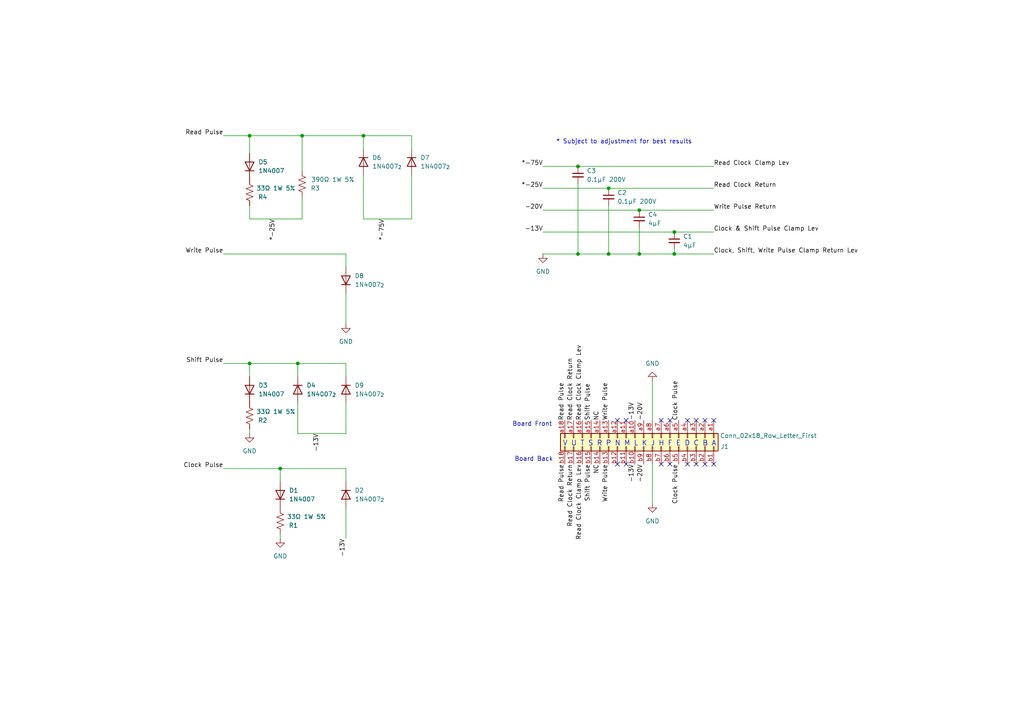
<source format=kicad_sch>
(kicad_sch (version 20211123) (generator eeschema)
  (paper "A4")
  (lib_symbols
    (symbol "Connector_Generic:Conn_02x18_Row_Letter_First" (pin_names (offset 1.016) hide)
      (property "Reference" "J" (at 1.27 22.86 0))
      (property "Value" "Conn_02x18_Row_Letter_First" (at 1.27 -25.4 0))
      (symbol "Conn_02x18_Row_Letter_First_1_1"
        (rectangle (start -1.27 -22.733) (end 0 -22.987) (stroke (width 0.1524)))
        (rectangle (start -1.27 -20.193) (end 0 -20.447) (stroke (width 0.1524)))
        (rectangle (start -1.27 -17.653) (end 0 -17.907) (stroke (width 0.1524)))
        (rectangle (start -1.27 -15.113) (end 0 -15.367) (stroke (width 0.1524)))
        (rectangle (start -1.27 -12.573) (end 0 -12.827) (stroke (width 0.1524)))
        (rectangle (start -1.27 -10.033) (end 0 -10.287) (stroke (width 0.1524)))
        (rectangle (start -1.27 -7.493) (end 0 -7.747) (stroke (width 0.1524)))
        (rectangle (start -1.27 -4.953) (end 0 -5.207) (stroke (width 0.1524)))
        (rectangle (start -1.27 -2.413) (end 0 -2.667) (stroke (width 0.1524)))
        (rectangle (start -1.27 0.127) (end 0 -0.127) (stroke (width 0.1524)))
        (rectangle (start -1.27 2.667) (end 0 2.413) (stroke (width 0.1524)))
        (rectangle (start -1.27 5.207) (end 0 4.953) (stroke (width 0.1524)))
        (rectangle (start -1.27 7.747) (end 0 7.493) (stroke (width 0.1524)))
        (rectangle (start -1.27 10.287) (end 0 10.033) (stroke (width 0.1524)))
        (rectangle (start -1.27 12.827) (end 0 12.573) (stroke (width 0.1524)))
        (rectangle (start -1.27 15.367) (end 0 15.113) (stroke (width 0.1524)))
        (rectangle (start -1.27 17.907) (end 0 17.653) (stroke (width 0.1524)))
        (rectangle (start -1.27 20.447) (end 0 20.193) (stroke (width 0.1524)))
        (rectangle (start -1.27 21.59) (end 3.81 -24.13) (stroke (width 0.254)) (fill (type background)))
        (rectangle (start 3.81 -22.733) (end 2.54 -22.987) (stroke (width 0.1524)))
        (rectangle (start 3.81 -20.193) (end 2.54 -20.447) (stroke (width 0.1524)))
        (rectangle (start 3.81 -17.653) (end 2.54 -17.907) (stroke (width 0.1524)))
        (rectangle (start 3.81 -15.113) (end 2.54 -15.367) (stroke (width 0.1524)))
        (rectangle (start 3.81 -12.573) (end 2.54 -12.827) (stroke (width 0.1524)))
        (rectangle (start 3.81 -10.033) (end 2.54 -10.287) (stroke (width 0.1524)))
        (rectangle (start 3.81 -7.493) (end 2.54 -7.747) (stroke (width 0.1524)))
        (rectangle (start 3.81 -4.953) (end 2.54 -5.207) (stroke (width 0.1524)))
        (rectangle (start 3.81 -2.413) (end 2.54 -2.667) (stroke (width 0.1524)))
        (rectangle (start 3.81 0.127) (end 2.54 -0.127) (stroke (width 0.1524)))
        (rectangle (start 3.81 2.667) (end 2.54 2.413) (stroke (width 0.1524)))
        (rectangle (start 3.81 5.207) (end 2.54 4.953) (stroke (width 0.1524)))
        (rectangle (start 3.81 7.747) (end 2.54 7.493) (stroke (width 0.1524)))
        (rectangle (start 3.81 10.287) (end 2.54 10.033) (stroke (width 0.1524)))
        (rectangle (start 3.81 12.827) (end 2.54 12.573) (stroke (width 0.1524)))
        (rectangle (start 3.81 15.367) (end 2.54 15.113) (stroke (width 0.1524)))
        (rectangle (start 3.81 17.907) (end 2.54 17.653) (stroke (width 0.1524)))
        (rectangle (start 3.81 20.447) (end 2.54 20.193) (stroke (width 0.1524)))
        (pin passive line (at -5.08 20.32 0) (length 3.81) (name "Pin_a1") (number "a1"))
        (pin passive line (at -5.08 -2.54 0) (length 3.81) (name "Pin_a10") (number "a10"))
        (pin passive line (at -5.08 -5.08 0) (length 3.81) (name "Pin_a11") (number "a11"))
        (pin passive line (at -5.08 -7.62 0) (length 3.81) (name "Pin_a12") (number "a12"))
        (pin passive line (at -5.08 -10.16 0) (length 3.81) (name "Pin_a13") (number "a13"))
        (pin passive line (at -5.08 -12.7 0) (length 3.81) (name "Pin_a14") (number "a14"))
        (pin passive line (at -5.08 -15.24 0) (length 3.81) (name "Pin_a15") (number "a15"))
        (pin passive line (at -5.08 -17.78 0) (length 3.81) (name "Pin_a16") (number "a16"))
        (pin passive line (at -5.08 -20.32 0) (length 3.81) (name "Pin_a17") (number "a17"))
        (pin passive line (at -5.08 -22.86 0) (length 3.81) (name "Pin_a18") (number "a18"))
        (pin passive line (at -5.08 17.78 0) (length 3.81) (name "Pin_a2") (number "a2"))
        (pin passive line (at -5.08 15.24 0) (length 3.81) (name "Pin_a3") (number "a3"))
        (pin passive line (at -5.08 12.7 0) (length 3.81) (name "Pin_a4") (number "a4"))
        (pin passive line (at -5.08 10.16 0) (length 3.81) (name "Pin_a5") (number "a5"))
        (pin passive line (at -5.08 7.62 0) (length 3.81) (name "Pin_a6") (number "a6"))
        (pin passive line (at -5.08 5.08 0) (length 3.81) (name "Pin_a7") (number "a7"))
        (pin passive line (at -5.08 2.54 0) (length 3.81) (name "Pin_a8") (number "a8"))
        (pin passive line (at -5.08 0 0) (length 3.81) (name "Pin_a9") (number "a9"))
        (pin passive line (at 7.62 20.32 180) (length 3.81) (name "Pin_b1") (number "b1"))
        (pin passive line (at 7.62 -2.54 180) (length 3.81) (name "Pin_b10") (number "b10"))
        (pin passive line (at 7.62 -5.08 180) (length 3.81) (name "Pin_b11") (number "b11"))
        (pin passive line (at 7.62 -7.62 180) (length 3.81) (name "Pin_b12") (number "b12"))
        (pin passive line (at 7.62 -10.16 180) (length 3.81) (name "Pin_b13") (number "b13"))
        (pin passive line (at 7.62 -12.7 180) (length 3.81) (name "Pin_b14") (number "b14"))
        (pin passive line (at 7.62 -15.24 180) (length 3.81) (name "Pin_b15") (number "b15"))
        (pin passive line (at 7.62 -17.78 180) (length 3.81) (name "Pin_b16") (number "b16"))
        (pin passive line (at 7.62 -20.32 180) (length 3.81) (name "Pin_b17") (number "b17"))
        (pin passive line (at 7.62 -22.86 180) (length 3.81) (name "Pin_b18") (number "b18"))
        (pin passive line (at 7.62 17.78 180) (length 3.81) (name "Pin_b2") (number "b2"))
        (pin passive line (at 7.62 15.24 180) (length 3.81) (name "Pin_b3") (number "b3"))
        (pin passive line (at 7.62 12.7 180) (length 3.81) (name "Pin_b4") (number "b4"))
        (pin passive line (at 7.62 10.16 180) (length 3.81) (name "Pin_b5") (number "b5"))
        (pin passive line (at 7.62 7.62 180) (length 3.81) (name "Pin_b6") (number "b6"))
        (pin passive line (at 7.62 5.08 180) (length 3.81) (name "Pin_b7") (number "b7"))
        (pin passive line (at 7.62 2.54 180) (length 3.81) (name "Pin_b8") (number "b8"))
        (pin passive line (at 7.62 0 180) (length 3.81) (name "Pin_b9") (number "b9"))
      )
    )
    (symbol "Device:C_Small" (pin_numbers hide) (pin_names (offset 0.254) hide)
      (property "Reference" "C" (at 0.254 1.778 0))
      (property "Value" "C_Small" (at 0.254 -2.032 0))
      (symbol "C_Small_0_1"
        (polyline (pts (xy -1.524 -0.508) (xy 1.524 -0.508)) (stroke (width 0.3302)))
        (polyline (pts (xy -1.524 0.508) (xy 1.524 0.508)) (stroke (width 0.3048)))
      )
      (symbol "C_Small_1_1"
        (pin passive line (at 0 2.54 270) (length 2.032) (name "~") (number "1"))
        (pin passive line (at 0 -2.54 90) (length 2.032) (name "~") (number "2"))
      )
    )
    (symbol "Device:R_US" (pin_numbers hide) (pin_names (offset 0))
      (property "Reference" "R" (at 2.54 0 90))
      (property "Value" "R_US" (at -2.54 0 90))
      (symbol "R_US_0_1"
        (polyline (pts (xy 0 -2.286) (xy 0 -2.54)))
        (polyline (pts (xy 0 2.286) (xy 0 2.54)))
        (polyline (pts (xy 0 -0.762) (xy 1.016 -1.143) (xy 0 -1.524) (xy -1.016 -1.905) (xy 0 -2.286)))
        (polyline (pts (xy 0 0.762) (xy 1.016 0.381) (xy 0 0) (xy -1.016 -0.381) (xy 0 -0.762)))
        (polyline (pts (xy 0 2.286) (xy 1.016 1.905) (xy 0 1.524) (xy -1.016 1.143) (xy 0 0.762)))
      )
      (symbol "R_US_1_1"
        (pin passive line (at 0 3.81 270) (length 1.27) (name "~") (number "1"))
        (pin passive line (at 0 -3.81 90) (length 1.27) (name "~") (number "2"))
      )
    )
    (symbol "Diode:1N4007" (pin_numbers hide) (pin_names (offset 1.016) hide)
      (property "Reference" "D" (at 0 2.54 0))
      (property "Value" "1N4007" (at 0 -2.54 0))
      (symbol "1N4007_0_1"
        (polyline (pts (xy -1.27 1.27) (xy -1.27 -1.27)) (stroke (width 0.254)))
        (polyline (pts (xy 1.27 0) (xy -1.27 0)))
        (polyline (pts (xy 1.27 1.27) (xy 1.27 -1.27) (xy -1.27 0) (xy 1.27 1.27)) (stroke (width 0.254)))
      )
      (symbol "1N4007_1_1"
        (pin passive line (at -3.81 0 0) (length 2.54) (name "K") (number "1"))
        (pin passive line (at 3.81 0 180) (length 2.54) (name "A") (number "2"))
      )
    )
    (symbol "power:GND" (power) (pin_names (offset 0))
      (property "Value" "GND" (at 0 -3.81 0))
      (symbol "GND_0_1"
        (polyline (pts (xy 0 0) (xy 0 -1.27) (xy 1.27 -1.27) (xy 0 -2.54) (xy -1.27 -1.27) (xy 0 -1.27)))
      )
      (symbol "GND_1_1"
        (pin power_in line (at 0 0 270) (length 0) hide (name "GND") (number "1"))
      )
    )
  )
  (junction (at 195.58 73.66))
  (junction (at 167.64 48.26))
  (junction (at 185.42 60.96))
  (junction (at 105.41 39.37))
  (junction (at 167.64 73.66))
  (junction (at 72.39 39.37))
  (junction (at 195.58 67.31))
  (junction (at 81.28 135.89))
  (junction (at 176.53 73.66))
  (junction (at 86.36 105.41))
  (junction (at 185.42 73.66))
  (junction (at 176.53 54.61))
  (junction (at 72.39 105.41))
  (junction (at 87.63 39.37))
  (no_connect (at 191.77 134.62))
  (no_connect (at 194.31 134.62))
  (no_connect (at 181.61 134.62))
  (no_connect (at 179.07 134.62))
  (no_connect (at 191.77 121.92))
  (no_connect (at 199.39 121.92))
  (no_connect (at 181.61 121.92))
  (no_connect (at 179.07 121.92))
  (no_connect (at 207.01 134.62))
  (no_connect (at 201.93 134.62))
  (no_connect (at 204.47 134.62))
  (no_connect (at 199.39 134.62))
  (no_connect (at 201.93 121.92))
  (no_connect (at 204.47 121.92))
  (no_connect (at 194.31 121.92))
  (no_connect (at 207.01 121.92))
  (wire (pts (xy 81.28 135.89) (xy 81.28 139.7)))
  (wire (pts (xy 72.39 105.41) (xy 86.36 105.41)))
  (wire (pts (xy 189.23 121.92) (xy 189.23 110.49)))
  (wire (pts (xy 185.42 73.66) (xy 185.42 66.04)))
  (wire (pts (xy 72.39 63.5) (xy 72.39 59.69)))
  (wire (pts (xy 157.48 48.26) (xy 167.64 48.26)))
  (wire (pts (xy 72.39 39.37) (xy 87.63 39.37)))
  (wire (pts (xy 100.33 135.89) (xy 81.28 135.89)))
  (wire (pts (xy 100.33 139.7) (xy 100.33 135.89)))
  (wire (pts (xy 100.33 93.98) (xy 100.33 85.09)))
  (wire (pts (xy 86.36 116.84) (xy 86.36 125.73)))
  (wire (pts (xy 81.28 154.94) (xy 81.28 156.21)))
  (wire (pts (xy 72.39 105.41) (xy 72.39 109.22)))
  (wire (pts (xy 207.01 73.66) (xy 195.58 73.66)))
  (wire (pts (xy 157.48 67.31) (xy 195.58 67.31)))
  (wire (pts (xy 86.36 105.41) (xy 86.36 109.22)))
  (wire (pts (xy 185.42 73.66) (xy 176.53 73.66)))
  (wire (pts (xy 100.33 109.22) (xy 100.33 105.41)))
  (wire (pts (xy 195.58 73.66) (xy 195.58 72.39)))
  (wire (pts (xy 157.48 73.66) (xy 167.64 73.66)))
  (wire (pts (xy 119.38 63.5) (xy 119.38 50.8)))
  (wire (pts (xy 195.58 73.66) (xy 185.42 73.66)))
  (wire (pts (xy 87.63 39.37) (xy 87.63 49.53)))
  (wire (pts (xy 185.42 60.96) (xy 207.01 60.96)))
  (wire (pts (xy 105.41 39.37) (xy 119.38 39.37)))
  (wire (pts (xy 87.63 39.37) (xy 105.41 39.37)))
  (wire (pts (xy 72.39 39.37) (xy 72.39 44.45)))
  (wire (pts (xy 100.33 77.47) (xy 100.33 73.66)))
  (wire (pts (xy 157.48 60.96) (xy 185.42 60.96)))
  (wire (pts (xy 64.77 39.37) (xy 72.39 39.37)))
  (wire (pts (xy 167.64 48.26) (xy 207.01 48.26)))
  (wire (pts (xy 176.53 73.66) (xy 167.64 73.66)))
  (wire (pts (xy 86.36 125.73) (xy 100.33 125.73)))
  (wire (pts (xy 189.23 134.62) (xy 189.23 146.05)))
  (wire (pts (xy 87.63 57.15) (xy 87.63 63.5)))
  (wire (pts (xy 176.53 73.66) (xy 176.53 59.69)))
  (wire (pts (xy 105.41 63.5) (xy 119.38 63.5)))
  (wire (pts (xy 64.77 73.66) (xy 100.33 73.66)))
  (wire (pts (xy 86.36 105.41) (xy 100.33 105.41)))
  (wire (pts (xy 72.39 124.46) (xy 72.39 125.73)))
  (wire (pts (xy 100.33 125.73) (xy 100.33 116.84)))
  (wire (pts (xy 64.77 135.89) (xy 81.28 135.89)))
  (wire (pts (xy 157.48 54.61) (xy 176.53 54.61)))
  (wire (pts (xy 195.58 67.31) (xy 207.01 67.31)))
  (wire (pts (xy 105.41 50.8) (xy 105.41 63.5)))
  (wire (pts (xy 105.41 39.37) (xy 105.41 43.18)))
  (wire (pts (xy 167.64 73.66) (xy 167.64 53.34)))
  (wire (pts (xy 64.77 105.41) (xy 72.39 105.41)))
  (wire (pts (xy 100.33 147.32) (xy 100.33 156.21)))
  (wire (pts (xy 119.38 43.18) (xy 119.38 39.37)))
  (wire (pts (xy 87.63 63.5) (xy 72.39 63.5)))
  (wire (pts (xy 176.53 54.61) (xy 207.01 54.61)))
  (text "* Subject to adjustment for best results" (at 161.29 41.91 0) (effects (font (size 1.27 1.27)) (justify left bottom)))
  (text "Board Back" (at 149.225 133.985 0) (effects (font (size 1.27 1.27)) (justify left bottom)))
  (text "Board Front" (at 148.59 123.825 0) (effects (font (size 1.27 1.27)) (justify left bottom)))
  (text "V U T S R P N M L K J H F E D C B A" (at 163.195 129.54 0) (effects (font (size 1.48 1.48)) (justify left bottom)))
  (label "Clock & Shift Pulse Clamp Lev" (at 207.01 67.31 0))
  (label "Read Pulse" (at 163.83 121.92 90))
  (label "-20V" (at 186.69 121.92 90))
  (label "Read Pulse" (at 64.77 39.37 180))
  (label "-13V" (at 92.71 125.73 270))
  (label "Clock, Shift, Write Pulse Clamp Return Lev" (at 207.01 73.66 0))
  (label "*-25V" (at 80.01 63.5 270))
  (label "Read Clock Return" (at 166.37 121.92 90))
  (label "Read Clock Return" (at 207.01 54.61 0))
  (label "-13V" (at 100.33 156.21 270))
  (label "Write Pulse" (at 176.53 121.92 90))
  (label "-13V" (at 184.15 134.62 270))
  (label "Clock Pulse" (at 196.85 134.62 270))
  (label "*-75V" (at 157.48 48.26 180))
  (label "-13V" (at 157.48 67.31 180))
  (label "Shift Pulse" (at 171.45 121.92 90))
  (label "Shift Pulse" (at 171.45 134.62 270))
  (label "-13V" (at 184.15 121.92 90))
  (label "-20V" (at 157.48 60.96 180))
  (label "Read Clock Clamp Lev" (at 168.91 134.62 270))
  (label "NC" (at 173.99 134.62 270))
  (label "Read Pulse" (at 163.83 134.62 270))
  (label "-20V" (at 186.69 134.62 270))
  (label "*-75V" (at 111.76 63.5 270))
  (label "Read Clock Clamp Lev" (at 168.91 121.92 90))
  (label "Clock Pulse" (at 196.85 121.92 90))
  (label "Write Pulse" (at 64.77 73.66 180))
  (label "Shift Pulse" (at 64.77 105.41 180))
  (label "Write Pulse" (at 176.53 134.62 270))
  (label "*-25V" (at 157.48 54.61 180))
  (label "NC" (at 173.99 121.92 90))
  (label "Read Clock Return" (at 166.37 134.62 270))
  (label "Write Pulse Return" (at 207.01 60.96 0))
  (label "Clock Pulse" (at 64.77 135.89 180))
  (label "Read Clock Clamp Lev" (at 207.01 48.26 0))
  (symbol (lib_id "Device:C_Small") (at 195.58 69.85 0) (unit 1)
    (property "Reference" "C1" (at 198.12 68.5862 0) (effects (justify left)))
    (property "Value" "4µF" (at 198.12 71.1262 0) (effects (justify left)))
    (property "Footprint" "Capacitor_THT:C_Axial_L17.0mm_D6.5mm_P25.00mm_Horizontal" (effects hide))
  )
  (symbol (lib_id "Connector_Generic:Conn_02x18_Row_Letter_First") (at 186.69 127 270) (unit 1)
    (property "Reference" "J1" (at 210.185 129.54 90))
    (property "Value" "Conn_02x18_Row_Letter_First" (at 222.885 126.365 90))
    (property "Footprint" "Bendix_G15:Card_Edge_R_Key" (effects hide))
  )
  (symbol (lib_id "Diode:1N4007") (at 105.41 46.99 270) (unit 1)
    (property "Reference" "D6" (at 107.95 45.7199 90) (effects (justify left)))
    (property "Value" "1N4007_{2}" (at 107.95 48.2599 90) (effects (justify left)))
    (property "Footprint" "Diode_THT:D_DO-35_SOD27_P12.70mm_Horizontal" (effects hide))
    (property "Datasheet" "http://www.vishay.com/docs/88503/1n4001.pdf" (effects hide))
  )
  (symbol (lib_id "power:GND") (at 81.28 156.21 0) (unit 1)
    (property "Reference" "#PWR0102" (effects hide))
    (property "Value" "GND" (at 81.28 161.29 0))
  )
  (symbol (lib_id "power:GND") (at 189.23 110.49 180) (unit 1)
    (property "Reference" "#PWR0105" (effects hide))
    (property "Value" "GND" (at 189.23 105.41 0))
  )
  (symbol (lib_id "power:GND") (at 157.48 73.66 0) (unit 1)
    (property "Reference" "#PWR0106" (effects hide))
    (property "Value" "GND" (at 157.48 78.74 0))
  )
  (symbol (lib_id "Device:C_Small") (at 185.42 63.5 0) (unit 1)
    (property "Reference" "C4" (at 187.96 62.2362 0) (effects (justify left)))
    (property "Value" "4µF" (at 187.96 64.7762 0) (effects (justify left)))
    (property "Footprint" "Capacitor_THT:C_Axial_L17.0mm_D6.5mm_P25.00mm_Horizontal" (effects hide))
  )
  (symbol (lib_id "power:GND") (at 189.23 146.05 0) (unit 1)
    (property "Reference" "#PWR0104" (effects hide))
    (property "Value" "GND" (at 189.23 151.13 0))
  )
  (symbol (lib_id "Diode:1N4007") (at 100.33 113.03 270) (unit 1)
    (property "Reference" "D9" (at 102.87 111.7599 90) (effects (justify left)))
    (property "Value" "1N4007_{2}" (at 102.87 114.2999 90) (effects (justify left)))
    (property "Footprint" "Diode_THT:D_DO-35_SOD27_P12.70mm_Horizontal" (effects hide))
    (property "Datasheet" "http://www.vishay.com/docs/88503/1n4001.pdf" (effects hide))
  )
  (symbol (lib_id "Device:C_Small") (at 176.53 57.15 0) (unit 1)
    (property "Reference" "C2" (at 179.07 55.8862 0) (effects (justify left)))
    (property "Value" "0.1µF 200V" (at 179.07 58.4262 0) (effects (justify left)))
    (property "Footprint" "Capacitor_THT:C_Axial_L19.0mm_D9.5mm_P25.00mm_Horizontal" (effects hide))
  )
  (symbol (lib_id "Diode:1N4007") (at 72.39 48.26 90) (unit 1)
    (property "Reference" "D5" (at 74.93 46.9899 90) (effects (justify right)))
    (property "Value" "1N4007" (at 74.93 49.5299 90) (effects (justify right)))
    (property "Footprint" "Diode_THT:D_DO-35_SOD27_P12.70mm_Horizontal" (effects hide))
    (property "Datasheet" "http://www.vishay.com/docs/88503/1n4001.pdf" (effects hide))
  )
  (symbol (lib_id "Diode:1N4007") (at 72.39 113.03 90) (unit 1)
    (property "Reference" "D3" (at 74.93 111.7599 90) (effects (justify right)))
    (property "Value" "1N4007" (at 74.93 114.2999 90) (effects (justify right)))
    (property "Footprint" "Diode_THT:D_DO-35_SOD27_P12.70mm_Horizontal" (effects hide))
    (property "Datasheet" "http://www.vishay.com/docs/88503/1n4001.pdf" (effects hide))
  )
  (symbol (lib_id "Diode:1N4007") (at 86.36 113.03 270) (unit 1)
    (property "Reference" "D4" (at 88.9 111.7599 90) (effects (justify left)))
    (property "Value" "1N4007_{2}" (at 88.9 114.2999 90) (effects (justify left)))
    (property "Footprint" "Diode_THT:D_DO-35_SOD27_P12.70mm_Horizontal" (effects hide))
    (property "Datasheet" "http://www.vishay.com/docs/88503/1n4001.pdf" (effects hide))
  )
  (symbol (lib_id "Diode:1N4007") (at 119.38 46.99 270) (unit 1)
    (property "Reference" "D7" (at 121.92 45.7199 90) (effects (justify left)))
    (property "Value" "1N4007_{2}" (at 121.92 48.2599 90) (effects (justify left)))
    (property "Footprint" "Diode_THT:D_DO-35_SOD27_P12.70mm_Horizontal" (effects hide))
    (property "Datasheet" "http://www.vishay.com/docs/88503/1n4001.pdf" (effects hide))
  )
  (symbol (lib_id "power:GND") (at 72.39 125.73 0) (unit 1)
    (property "Reference" "#PWR0101" (effects hide))
    (property "Value" "GND" (at 72.39 130.81 0))
  )
  (symbol (lib_id "power:GND") (at 100.33 93.98 0) (unit 1)
    (property "Reference" "#PWR0103" (effects hide))
    (property "Value" "GND" (at 100.33 99.06 0))
  )
  (symbol (lib_id "Device:R_US") (at 72.39 120.65 180) (unit 1)
    (property "Reference" "R2" (at 76.2 121.92 0))
    (property "Value" "33Ω 1W 5%" (at 80.01 119.38 0))
    (property "Footprint" "Resistor_THT:R_Axial_DIN0414_L11.9mm_D4.5mm_P20.32mm_Horizontal" (effects hide))
  )
  (symbol (lib_id "Diode:1N4007") (at 100.33 143.51 270) (unit 1)
    (property "Reference" "D2" (at 102.87 142.2399 90) (effects (justify left)))
    (property "Value" "1N4007_{2}" (at 102.87 144.7799 90) (effects (justify left)))
    (property "Footprint" "Diode_THT:D_DO-35_SOD27_P12.70mm_Horizontal" (effects hide))
    (property "Datasheet" "http://www.vishay.com/docs/88503/1n4001.pdf" (effects hide))
  )
  (symbol (lib_id "Device:R_US") (at 81.28 151.13 180) (unit 1)
    (property "Reference" "R1" (at 85.09 152.4 0))
    (property "Value" "33Ω 1W 5%" (at 88.9 149.86 0))
    (property "Footprint" "Resistor_THT:R_Axial_DIN0414_L11.9mm_D4.5mm_P20.32mm_Horizontal" (effects hide))
  )
  (symbol (lib_id "Diode:1N4007") (at 81.28 143.51 90) (unit 1)
    (property "Reference" "D1" (at 83.82 142.2399 90) (effects (justify right)))
    (property "Value" "1N4007" (at 83.82 144.7799 90) (effects (justify right)))
    (property "Footprint" "Diode_THT:D_DO-35_SOD27_P12.70mm_Horizontal" (effects hide))
    (property "Datasheet" "http://www.vishay.com/docs/88503/1n4001.pdf" (effects hide))
  )
  (symbol (lib_id "Device:C_Small") (at 167.64 50.8 0) (unit 1)
    (property "Reference" "C3" (at 170.18 49.5362 0) (effects (justify left)))
    (property "Value" "0.1µF 200V" (at 170.18 52.0762 0) (effects (justify left)))
    (property "Footprint" "Capacitor_THT:C_Axial_L19.0mm_D9.5mm_P25.00mm_Horizontal" (effects hide))
  )
  (symbol (lib_id "Device:R_US") (at 87.63 53.34 180) (unit 1)
    (property "Reference" "R3" (at 91.44 54.61 0))
    (property "Value" "390Ω 1W 5%" (at 96.52 52.07 0))
    (property "Footprint" "Resistor_THT:R_Axial_DIN0414_L11.9mm_D4.5mm_P20.32mm_Horizontal" (effects hide))
  )
  (symbol (lib_id "Diode:1N4007") (at 100.33 81.28 90) (unit 1)
    (property "Reference" "D8" (at 102.87 80.0099 90) (effects (justify right)))
    (property "Value" "1N4007_{2}" (at 102.87 82.5499 90) (effects (justify right)))
    (property "Footprint" "Diode_THT:D_DO-35_SOD27_P12.70mm_Horizontal" (effects hide))
    (property "Datasheet" "http://www.vishay.com/docs/88503/1n4001.pdf" (effects hide))
  )
  (symbol (lib_id "Device:R_US") (at 72.39 55.88 180) (unit 1)
    (property "Reference" "R4" (at 76.2 57.15 0))
    (property "Value" "33Ω 1W 5%" (at 80.01 54.61 0))
    (property "Footprint" "Resistor_THT:R_Axial_DIN0414_L11.9mm_D4.5mm_P20.32mm_Horizontal" (effects hide))
  )
)
</source>
